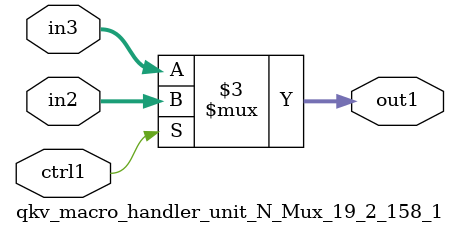
<source format=v>

`timescale 1ps / 1ps


module qkv_macro_handler_unit_N_Mux_19_2_158_1( in3, in2, ctrl1, out1 );

    input [18:0] in3;
    input [18:0] in2;
    input ctrl1;
    output [18:0] out1;
    reg [18:0] out1;

    
    // rtl_process:qkv_macro_handler_unit_N_Mux_19_2_158_1/qkv_macro_handler_unit_N_Mux_19_2_158_1_thread_1
    always @*
      begin : qkv_macro_handler_unit_N_Mux_19_2_158_1_thread_1
        case (ctrl1) 
          1'b1: 
            begin
              out1 = in2;
            end
          default: 
            begin
              out1 = in3;
            end
        endcase
      end

endmodule



</source>
